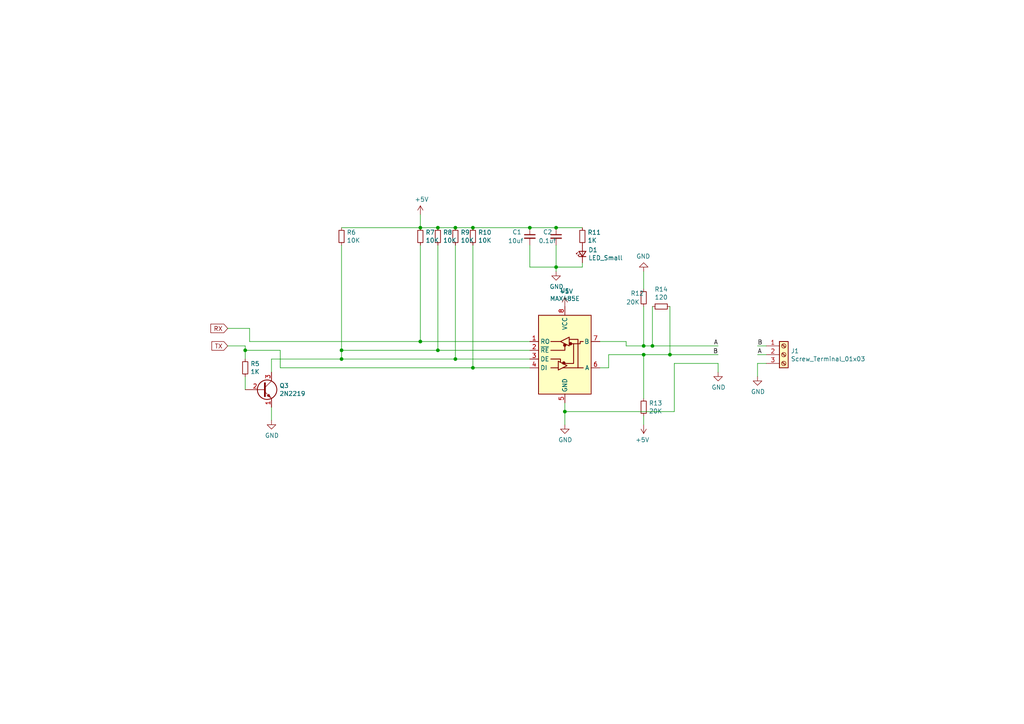
<source format=kicad_sch>
(kicad_sch (version 20211123) (generator eeschema)

  (uuid 3435b97c-50f1-4d57-9a8c-4728bf639eff)

  (paper "A4")

  (title_block
    (title "MAX485E CHIP")
  )

  (lib_symbols
    (symbol "Connector:Screw_Terminal_01x03" (pin_names (offset 1.016) hide) (in_bom yes) (on_board yes)
      (property "Reference" "J" (id 0) (at 0 5.08 0)
        (effects (font (size 1.27 1.27)))
      )
      (property "Value" "Screw_Terminal_01x03" (id 1) (at 0 -5.08 0)
        (effects (font (size 1.27 1.27)))
      )
      (property "Footprint" "" (id 2) (at 0 0 0)
        (effects (font (size 1.27 1.27)) hide)
      )
      (property "Datasheet" "~" (id 3) (at 0 0 0)
        (effects (font (size 1.27 1.27)) hide)
      )
      (property "ki_keywords" "screw terminal" (id 4) (at 0 0 0)
        (effects (font (size 1.27 1.27)) hide)
      )
      (property "ki_description" "Generic screw terminal, single row, 01x03, script generated (kicad-library-utils/schlib/autogen/connector/)" (id 5) (at 0 0 0)
        (effects (font (size 1.27 1.27)) hide)
      )
      (property "ki_fp_filters" "TerminalBlock*:*" (id 6) (at 0 0 0)
        (effects (font (size 1.27 1.27)) hide)
      )
      (symbol "Screw_Terminal_01x03_1_1"
        (rectangle (start -1.27 3.81) (end 1.27 -3.81)
          (stroke (width 0.254) (type default) (color 0 0 0 0))
          (fill (type background))
        )
        (circle (center 0 -2.54) (radius 0.635)
          (stroke (width 0.1524) (type default) (color 0 0 0 0))
          (fill (type none))
        )
        (polyline
          (pts
            (xy -0.5334 -2.2098)
            (xy 0.3302 -3.048)
          )
          (stroke (width 0.1524) (type default) (color 0 0 0 0))
          (fill (type none))
        )
        (polyline
          (pts
            (xy -0.5334 0.3302)
            (xy 0.3302 -0.508)
          )
          (stroke (width 0.1524) (type default) (color 0 0 0 0))
          (fill (type none))
        )
        (polyline
          (pts
            (xy -0.5334 2.8702)
            (xy 0.3302 2.032)
          )
          (stroke (width 0.1524) (type default) (color 0 0 0 0))
          (fill (type none))
        )
        (polyline
          (pts
            (xy -0.3556 -2.032)
            (xy 0.508 -2.8702)
          )
          (stroke (width 0.1524) (type default) (color 0 0 0 0))
          (fill (type none))
        )
        (polyline
          (pts
            (xy -0.3556 0.508)
            (xy 0.508 -0.3302)
          )
          (stroke (width 0.1524) (type default) (color 0 0 0 0))
          (fill (type none))
        )
        (polyline
          (pts
            (xy -0.3556 3.048)
            (xy 0.508 2.2098)
          )
          (stroke (width 0.1524) (type default) (color 0 0 0 0))
          (fill (type none))
        )
        (circle (center 0 0) (radius 0.635)
          (stroke (width 0.1524) (type default) (color 0 0 0 0))
          (fill (type none))
        )
        (circle (center 0 2.54) (radius 0.635)
          (stroke (width 0.1524) (type default) (color 0 0 0 0))
          (fill (type none))
        )
        (pin passive line (at -5.08 2.54 0) (length 3.81)
          (name "Pin_1" (effects (font (size 1.27 1.27))))
          (number "1" (effects (font (size 1.27 1.27))))
        )
        (pin passive line (at -5.08 0 0) (length 3.81)
          (name "Pin_2" (effects (font (size 1.27 1.27))))
          (number "2" (effects (font (size 1.27 1.27))))
        )
        (pin passive line (at -5.08 -2.54 0) (length 3.81)
          (name "Pin_3" (effects (font (size 1.27 1.27))))
          (number "3" (effects (font (size 1.27 1.27))))
        )
      )
    )
    (symbol "Device:C_Small" (pin_numbers hide) (pin_names (offset 0.254) hide) (in_bom yes) (on_board yes)
      (property "Reference" "C" (id 0) (at 0.254 1.778 0)
        (effects (font (size 1.27 1.27)) (justify left))
      )
      (property "Value" "C_Small" (id 1) (at 0.254 -2.032 0)
        (effects (font (size 1.27 1.27)) (justify left))
      )
      (property "Footprint" "" (id 2) (at 0 0 0)
        (effects (font (size 1.27 1.27)) hide)
      )
      (property "Datasheet" "~" (id 3) (at 0 0 0)
        (effects (font (size 1.27 1.27)) hide)
      )
      (property "ki_keywords" "capacitor cap" (id 4) (at 0 0 0)
        (effects (font (size 1.27 1.27)) hide)
      )
      (property "ki_description" "Unpolarized capacitor, small symbol" (id 5) (at 0 0 0)
        (effects (font (size 1.27 1.27)) hide)
      )
      (property "ki_fp_filters" "C_*" (id 6) (at 0 0 0)
        (effects (font (size 1.27 1.27)) hide)
      )
      (symbol "C_Small_0_1"
        (polyline
          (pts
            (xy -1.524 -0.508)
            (xy 1.524 -0.508)
          )
          (stroke (width 0.3302) (type default) (color 0 0 0 0))
          (fill (type none))
        )
        (polyline
          (pts
            (xy -1.524 0.508)
            (xy 1.524 0.508)
          )
          (stroke (width 0.3048) (type default) (color 0 0 0 0))
          (fill (type none))
        )
      )
      (symbol "C_Small_1_1"
        (pin passive line (at 0 2.54 270) (length 2.032)
          (name "~" (effects (font (size 1.27 1.27))))
          (number "1" (effects (font (size 1.27 1.27))))
        )
        (pin passive line (at 0 -2.54 90) (length 2.032)
          (name "~" (effects (font (size 1.27 1.27))))
          (number "2" (effects (font (size 1.27 1.27))))
        )
      )
    )
    (symbol "Device:LED_Small" (pin_numbers hide) (pin_names (offset 0.254) hide) (in_bom yes) (on_board yes)
      (property "Reference" "D" (id 0) (at -1.27 3.175 0)
        (effects (font (size 1.27 1.27)) (justify left))
      )
      (property "Value" "LED_Small" (id 1) (at -4.445 -2.54 0)
        (effects (font (size 1.27 1.27)) (justify left))
      )
      (property "Footprint" "" (id 2) (at 0 0 90)
        (effects (font (size 1.27 1.27)) hide)
      )
      (property "Datasheet" "~" (id 3) (at 0 0 90)
        (effects (font (size 1.27 1.27)) hide)
      )
      (property "ki_keywords" "LED diode light-emitting-diode" (id 4) (at 0 0 0)
        (effects (font (size 1.27 1.27)) hide)
      )
      (property "ki_description" "Light emitting diode, small symbol" (id 5) (at 0 0 0)
        (effects (font (size 1.27 1.27)) hide)
      )
      (property "ki_fp_filters" "LED* LED_SMD:* LED_THT:*" (id 6) (at 0 0 0)
        (effects (font (size 1.27 1.27)) hide)
      )
      (symbol "LED_Small_0_1"
        (polyline
          (pts
            (xy -0.762 -1.016)
            (xy -0.762 1.016)
          )
          (stroke (width 0.254) (type default) (color 0 0 0 0))
          (fill (type none))
        )
        (polyline
          (pts
            (xy 1.016 0)
            (xy -0.762 0)
          )
          (stroke (width 0) (type default) (color 0 0 0 0))
          (fill (type none))
        )
        (polyline
          (pts
            (xy 0.762 -1.016)
            (xy -0.762 0)
            (xy 0.762 1.016)
            (xy 0.762 -1.016)
          )
          (stroke (width 0.254) (type default) (color 0 0 0 0))
          (fill (type none))
        )
        (polyline
          (pts
            (xy 0 0.762)
            (xy -0.508 1.27)
            (xy -0.254 1.27)
            (xy -0.508 1.27)
            (xy -0.508 1.016)
          )
          (stroke (width 0) (type default) (color 0 0 0 0))
          (fill (type none))
        )
        (polyline
          (pts
            (xy 0.508 1.27)
            (xy 0 1.778)
            (xy 0.254 1.778)
            (xy 0 1.778)
            (xy 0 1.524)
          )
          (stroke (width 0) (type default) (color 0 0 0 0))
          (fill (type none))
        )
      )
      (symbol "LED_Small_1_1"
        (pin passive line (at -2.54 0 0) (length 1.778)
          (name "K" (effects (font (size 1.27 1.27))))
          (number "1" (effects (font (size 1.27 1.27))))
        )
        (pin passive line (at 2.54 0 180) (length 1.778)
          (name "A" (effects (font (size 1.27 1.27))))
          (number "2" (effects (font (size 1.27 1.27))))
        )
      )
    )
    (symbol "Device:R_Small" (pin_numbers hide) (pin_names (offset 0.254) hide) (in_bom yes) (on_board yes)
      (property "Reference" "R" (id 0) (at 0.762 0.508 0)
        (effects (font (size 1.27 1.27)) (justify left))
      )
      (property "Value" "R_Small" (id 1) (at 0.762 -1.016 0)
        (effects (font (size 1.27 1.27)) (justify left))
      )
      (property "Footprint" "" (id 2) (at 0 0 0)
        (effects (font (size 1.27 1.27)) hide)
      )
      (property "Datasheet" "~" (id 3) (at 0 0 0)
        (effects (font (size 1.27 1.27)) hide)
      )
      (property "ki_keywords" "R resistor" (id 4) (at 0 0 0)
        (effects (font (size 1.27 1.27)) hide)
      )
      (property "ki_description" "Resistor, small symbol" (id 5) (at 0 0 0)
        (effects (font (size 1.27 1.27)) hide)
      )
      (property "ki_fp_filters" "R_*" (id 6) (at 0 0 0)
        (effects (font (size 1.27 1.27)) hide)
      )
      (symbol "R_Small_0_1"
        (rectangle (start -0.762 1.778) (end 0.762 -1.778)
          (stroke (width 0.2032) (type default) (color 0 0 0 0))
          (fill (type none))
        )
      )
      (symbol "R_Small_1_1"
        (pin passive line (at 0 2.54 270) (length 0.762)
          (name "~" (effects (font (size 1.27 1.27))))
          (number "1" (effects (font (size 1.27 1.27))))
        )
        (pin passive line (at 0 -2.54 90) (length 0.762)
          (name "~" (effects (font (size 1.27 1.27))))
          (number "2" (effects (font (size 1.27 1.27))))
        )
      )
    )
    (symbol "Interface_UART:MAX485E" (in_bom yes) (on_board yes)
      (property "Reference" "U" (id 0) (at -6.096 11.43 0)
        (effects (font (size 1.27 1.27)))
      )
      (property "Value" "MAX485E" (id 1) (at 0.762 11.43 0)
        (effects (font (size 1.27 1.27)) (justify left))
      )
      (property "Footprint" "" (id 2) (at 0 -17.78 0)
        (effects (font (size 1.27 1.27)) hide)
      )
      (property "Datasheet" "https://datasheets.maximintegrated.com/en/ds/MAX1487E-MAX491E.pdf" (id 3) (at 0 1.27 0)
        (effects (font (size 1.27 1.27)) hide)
      )
      (property "ki_keywords" "Half duplex RS-485/RS-422, 2.5 Mbps, ±15kV electro-static discharge (ESD) protection, no slew-rate, no low-power shutdown, with receiver/driver enable, 32 receiver drive kapacitity, DIP-8 and SOIC-8" (id 4) (at 0 0 0)
        (effects (font (size 1.27 1.27)) hide)
      )
      (property "ki_description" "Half duplex RS-485/RS-422, 2.5 Mbps, ±15kV electro-static discharge (ESD) protection, no slew-rate, no low-power shutdown, with receiver/driver enable, 32 receiver drive kapacitity, DIP-8 and SOIC-8" (id 5) (at 0 0 0)
        (effects (font (size 1.27 1.27)) hide)
      )
      (property "ki_fp_filters" "DIP*W7.62mm* SOIC*3.9x4.9mm*P1.27mm*" (id 6) (at 0 0 0)
        (effects (font (size 1.27 1.27)) hide)
      )
      (symbol "MAX485E_0_1"
        (rectangle (start -7.62 10.16) (end 7.62 -12.7)
          (stroke (width 0.254) (type default) (color 0 0 0 0))
          (fill (type background))
        )
        (circle (center -0.3048 -3.683) (radius 0.3556)
          (stroke (width 0.254) (type default) (color 0 0 0 0))
          (fill (type outline))
        )
        (circle (center -0.0254 1.4986) (radius 0.3556)
          (stroke (width 0.254) (type default) (color 0 0 0 0))
          (fill (type outline))
        )
        (polyline
          (pts
            (xy -4.064 -5.08)
            (xy -1.905 -5.08)
          )
          (stroke (width 0.254) (type default) (color 0 0 0 0))
          (fill (type none))
        )
        (polyline
          (pts
            (xy -4.064 2.54)
            (xy -1.27 2.54)
          )
          (stroke (width 0.254) (type default) (color 0 0 0 0))
          (fill (type none))
        )
        (polyline
          (pts
            (xy -1.27 -3.2004)
            (xy -1.27 -3.4544)
          )
          (stroke (width 0.254) (type default) (color 0 0 0 0))
          (fill (type none))
        )
        (polyline
          (pts
            (xy -0.635 -5.08)
            (xy 5.334 -5.08)
          )
          (stroke (width 0.254) (type default) (color 0 0 0 0))
          (fill (type none))
        )
        (polyline
          (pts
            (xy -4.064 -2.54)
            (xy -1.27 -2.54)
            (xy -1.27 -3.175)
          )
          (stroke (width 0.254) (type default) (color 0 0 0 0))
          (fill (type none))
        )
        (polyline
          (pts
            (xy 0 1.27)
            (xy 0 0)
            (xy -4.064 0)
          )
          (stroke (width 0.254) (type default) (color 0 0 0 0))
          (fill (type none))
        )
        (polyline
          (pts
            (xy 1.27 3.175)
            (xy 3.81 3.175)
            (xy 3.81 -5.08)
          )
          (stroke (width 0.254) (type default) (color 0 0 0 0))
          (fill (type none))
        )
        (polyline
          (pts
            (xy 2.54 1.905)
            (xy 2.54 -3.81)
            (xy 0 -3.81)
          )
          (stroke (width 0.254) (type default) (color 0 0 0 0))
          (fill (type none))
        )
        (polyline
          (pts
            (xy -1.905 -3.175)
            (xy -1.905 -5.715)
            (xy 0.635 -4.445)
            (xy -1.905 -3.175)
          )
          (stroke (width 0.254) (type default) (color 0 0 0 0))
          (fill (type none))
        )
        (polyline
          (pts
            (xy -1.27 2.54)
            (xy 1.27 3.81)
            (xy 1.27 1.27)
            (xy -1.27 2.54)
          )
          (stroke (width 0.254) (type default) (color 0 0 0 0))
          (fill (type none))
        )
        (polyline
          (pts
            (xy 1.905 1.905)
            (xy 4.445 1.905)
            (xy 4.445 2.54)
            (xy 5.334 2.54)
          )
          (stroke (width 0.254) (type default) (color 0 0 0 0))
          (fill (type none))
        )
        (rectangle (start 1.27 3.175) (end 1.27 3.175)
          (stroke (width 0) (type default) (color 0 0 0 0))
          (fill (type none))
        )
        (circle (center 1.651 1.905) (radius 0.3556)
          (stroke (width 0.254) (type default) (color 0 0 0 0))
          (fill (type outline))
        )
      )
      (symbol "MAX485E_1_1"
        (pin output line (at -10.16 2.54 0) (length 2.54)
          (name "RO" (effects (font (size 1.27 1.27))))
          (number "1" (effects (font (size 1.27 1.27))))
        )
        (pin input line (at -10.16 0 0) (length 2.54)
          (name "~{RE}" (effects (font (size 1.27 1.27))))
          (number "2" (effects (font (size 1.27 1.27))))
        )
        (pin input line (at -10.16 -2.54 0) (length 2.54)
          (name "DE" (effects (font (size 1.27 1.27))))
          (number "3" (effects (font (size 1.27 1.27))))
        )
        (pin input line (at -10.16 -5.08 0) (length 2.54)
          (name "DI" (effects (font (size 1.27 1.27))))
          (number "4" (effects (font (size 1.27 1.27))))
        )
        (pin power_in line (at 0 -15.24 90) (length 2.54)
          (name "GND" (effects (font (size 1.27 1.27))))
          (number "5" (effects (font (size 1.27 1.27))))
        )
        (pin bidirectional line (at 10.16 -5.08 180) (length 2.54)
          (name "A" (effects (font (size 1.27 1.27))))
          (number "6" (effects (font (size 1.27 1.27))))
        )
        (pin bidirectional line (at 10.16 2.54 180) (length 2.54)
          (name "B" (effects (font (size 1.27 1.27))))
          (number "7" (effects (font (size 1.27 1.27))))
        )
        (pin power_in line (at 0 12.7 270) (length 2.54)
          (name "VCC" (effects (font (size 1.27 1.27))))
          (number "8" (effects (font (size 1.27 1.27))))
        )
      )
    )
    (symbol "Transistor_BJT:2N2219" (pin_names (offset 0) hide) (in_bom yes) (on_board yes)
      (property "Reference" "Q" (id 0) (at 5.08 1.905 0)
        (effects (font (size 1.27 1.27)) (justify left))
      )
      (property "Value" "2N2219" (id 1) (at 5.08 0 0)
        (effects (font (size 1.27 1.27)) (justify left))
      )
      (property "Footprint" "Package_TO_SOT_THT:TO-39-3" (id 2) (at 5.08 -1.905 0)
        (effects (font (size 1.27 1.27) italic) (justify left) hide)
      )
      (property "Datasheet" "http://www.onsemi.com/pub_link/Collateral/2N2219-D.PDF" (id 3) (at 0 0 0)
        (effects (font (size 1.27 1.27)) (justify left) hide)
      )
      (property "ki_keywords" "NPN Transistor" (id 4) (at 0 0 0)
        (effects (font (size 1.27 1.27)) hide)
      )
      (property "ki_description" "800mA Ic, 50V Vce, NPN Transistor, TO-39" (id 5) (at 0 0 0)
        (effects (font (size 1.27 1.27)) hide)
      )
      (property "ki_fp_filters" "TO?39*" (id 6) (at 0 0 0)
        (effects (font (size 1.27 1.27)) hide)
      )
      (symbol "2N2219_0_1"
        (polyline
          (pts
            (xy 0.635 0.635)
            (xy 2.54 2.54)
          )
          (stroke (width 0) (type default) (color 0 0 0 0))
          (fill (type none))
        )
        (polyline
          (pts
            (xy 0.635 -0.635)
            (xy 2.54 -2.54)
            (xy 2.54 -2.54)
          )
          (stroke (width 0) (type default) (color 0 0 0 0))
          (fill (type none))
        )
        (polyline
          (pts
            (xy 0.635 1.905)
            (xy 0.635 -1.905)
            (xy 0.635 -1.905)
          )
          (stroke (width 0.508) (type default) (color 0 0 0 0))
          (fill (type none))
        )
        (polyline
          (pts
            (xy 1.27 -1.778)
            (xy 1.778 -1.27)
            (xy 2.286 -2.286)
            (xy 1.27 -1.778)
            (xy 1.27 -1.778)
          )
          (stroke (width 0) (type default) (color 0 0 0 0))
          (fill (type outline))
        )
        (circle (center 1.27 0) (radius 2.8194)
          (stroke (width 0.254) (type default) (color 0 0 0 0))
          (fill (type none))
        )
      )
      (symbol "2N2219_1_1"
        (pin passive line (at 2.54 -5.08 90) (length 2.54)
          (name "E" (effects (font (size 1.27 1.27))))
          (number "1" (effects (font (size 1.27 1.27))))
        )
        (pin passive line (at -5.08 0 0) (length 5.715)
          (name "B" (effects (font (size 1.27 1.27))))
          (number "2" (effects (font (size 1.27 1.27))))
        )
        (pin passive line (at 2.54 5.08 270) (length 2.54)
          (name "C" (effects (font (size 1.27 1.27))))
          (number "3" (effects (font (size 1.27 1.27))))
        )
      )
    )
    (symbol "power:+5V" (power) (pin_names (offset 0)) (in_bom yes) (on_board yes)
      (property "Reference" "#PWR" (id 0) (at 0 -3.81 0)
        (effects (font (size 1.27 1.27)) hide)
      )
      (property "Value" "+5V" (id 1) (at 0 3.556 0)
        (effects (font (size 1.27 1.27)))
      )
      (property "Footprint" "" (id 2) (at 0 0 0)
        (effects (font (size 1.27 1.27)) hide)
      )
      (property "Datasheet" "" (id 3) (at 0 0 0)
        (effects (font (size 1.27 1.27)) hide)
      )
      (property "ki_keywords" "power-flag" (id 4) (at 0 0 0)
        (effects (font (size 1.27 1.27)) hide)
      )
      (property "ki_description" "Power symbol creates a global label with name \"+5V\"" (id 5) (at 0 0 0)
        (effects (font (size 1.27 1.27)) hide)
      )
      (symbol "+5V_0_1"
        (polyline
          (pts
            (xy -0.762 1.27)
            (xy 0 2.54)
          )
          (stroke (width 0) (type default) (color 0 0 0 0))
          (fill (type none))
        )
        (polyline
          (pts
            (xy 0 0)
            (xy 0 2.54)
          )
          (stroke (width 0) (type default) (color 0 0 0 0))
          (fill (type none))
        )
        (polyline
          (pts
            (xy 0 2.54)
            (xy 0.762 1.27)
          )
          (stroke (width 0) (type default) (color 0 0 0 0))
          (fill (type none))
        )
      )
      (symbol "+5V_1_1"
        (pin power_in line (at 0 0 90) (length 0) hide
          (name "+5V" (effects (font (size 1.27 1.27))))
          (number "1" (effects (font (size 1.27 1.27))))
        )
      )
    )
    (symbol "power:GND" (power) (pin_names (offset 0)) (in_bom yes) (on_board yes)
      (property "Reference" "#PWR" (id 0) (at 0 -6.35 0)
        (effects (font (size 1.27 1.27)) hide)
      )
      (property "Value" "GND" (id 1) (at 0 -3.81 0)
        (effects (font (size 1.27 1.27)))
      )
      (property "Footprint" "" (id 2) (at 0 0 0)
        (effects (font (size 1.27 1.27)) hide)
      )
      (property "Datasheet" "" (id 3) (at 0 0 0)
        (effects (font (size 1.27 1.27)) hide)
      )
      (property "ki_keywords" "power-flag" (id 4) (at 0 0 0)
        (effects (font (size 1.27 1.27)) hide)
      )
      (property "ki_description" "Power symbol creates a global label with name \"GND\" , ground" (id 5) (at 0 0 0)
        (effects (font (size 1.27 1.27)) hide)
      )
      (symbol "GND_0_1"
        (polyline
          (pts
            (xy 0 0)
            (xy 0 -1.27)
            (xy 1.27 -1.27)
            (xy 0 -2.54)
            (xy -1.27 -1.27)
            (xy 0 -1.27)
          )
          (stroke (width 0) (type default) (color 0 0 0 0))
          (fill (type none))
        )
      )
      (symbol "GND_1_1"
        (pin power_in line (at 0 0 270) (length 0) hide
          (name "GND" (effects (font (size 1.27 1.27))))
          (number "1" (effects (font (size 1.27 1.27))))
        )
      )
    )
  )

  (junction (at 99.06 104.14) (diameter 0) (color 0 0 0 0)
    (uuid 0fb82f19-3570-459d-ae2e-6fb977ce7838)
  )
  (junction (at 121.92 66.04) (diameter 0) (color 0 0 0 0)
    (uuid 14218ce6-c8db-47ba-8a75-f253dfcb6187)
  )
  (junction (at 99.06 101.6) (diameter 0) (color 0 0 0 0)
    (uuid 235a3dac-815d-474f-9cb6-67a587b8aca6)
  )
  (junction (at 127 66.04) (diameter 0) (color 0 0 0 0)
    (uuid 276ac41b-b9c5-412c-b8bb-84a609495c90)
  )
  (junction (at 161.29 66.04) (diameter 0) (color 0 0 0 0)
    (uuid 57c60e8d-41a5-4261-8cf2-52c349469dc8)
  )
  (junction (at 161.29 77.47) (diameter 0) (color 0 0 0 0)
    (uuid 590dc6ac-68ab-4d70-bec5-a4bb71ddd141)
  )
  (junction (at 132.08 66.04) (diameter 0) (color 0 0 0 0)
    (uuid 69032d48-c99e-4e53-8b5b-943bf8175c89)
  )
  (junction (at 189.23 100.33) (diameter 0) (color 0 0 0 0)
    (uuid 6ac210dd-9808-4694-8862-9b673da2b38f)
  )
  (junction (at 153.67 66.04) (diameter 0) (color 0 0 0 0)
    (uuid 7a8eefb4-6c9e-49d8-98a6-9058f4738a88)
  )
  (junction (at 71.12 101.6) (diameter 0) (color 0 0 0 0)
    (uuid 92ec9d3b-383a-46a9-9196-c308a9c2b51c)
  )
  (junction (at 137.16 106.68) (diameter 0) (color 0 0 0 0)
    (uuid 98a2b81d-30ee-475a-8536-d6a9347a0718)
  )
  (junction (at 194.31 102.87) (diameter 0) (color 0 0 0 0)
    (uuid 9a3d9fc5-04f9-42bb-b8d2-8a01c6401673)
  )
  (junction (at 186.69 102.87) (diameter 0) (color 0 0 0 0)
    (uuid a39ff5de-cd3b-4c42-a592-55bd407c51eb)
  )
  (junction (at 121.92 99.06) (diameter 0) (color 0 0 0 0)
    (uuid bd44aed8-988a-42ac-a106-28f73980164c)
  )
  (junction (at 186.69 100.33) (diameter 0) (color 0 0 0 0)
    (uuid d22d2be3-3ca8-4c90-bc18-0ff634e7da77)
  )
  (junction (at 137.16 66.04) (diameter 0) (color 0 0 0 0)
    (uuid d4fafa9e-d1f5-4321-aed9-8967e1d040ce)
  )
  (junction (at 132.08 104.14) (diameter 0) (color 0 0 0 0)
    (uuid e0fbf863-04bc-4ccd-9957-a213c5e575bb)
  )
  (junction (at 163.83 119.38) (diameter 0) (color 0 0 0 0)
    (uuid e39294c2-6d52-459c-bdb4-6111ee48efa5)
  )
  (junction (at 127 101.6) (diameter 0) (color 0 0 0 0)
    (uuid ec284906-7c23-4d75-814f-f64eb187779d)
  )

  (wire (pts (xy 189.23 100.33) (xy 189.23 88.9))
    (stroke (width 0) (type default) (color 0 0 0 0))
    (uuid 000fcde5-daf4-4ef8-8709-b4b6f590c955)
  )
  (wire (pts (xy 195.58 105.41) (xy 195.58 119.38))
    (stroke (width 0) (type default) (color 0 0 0 0))
    (uuid 00daaee1-1a47-4630-8170-4beef1e376d8)
  )
  (wire (pts (xy 99.06 104.14) (xy 132.08 104.14))
    (stroke (width 0) (type default) (color 0 0 0 0))
    (uuid 017b6e99-41a9-401c-ab16-175248af07fd)
  )
  (wire (pts (xy 168.91 77.47) (xy 168.91 76.2))
    (stroke (width 0) (type default) (color 0 0 0 0))
    (uuid 029bbe58-fc36-4fd3-809b-57e35a8e9a16)
  )
  (wire (pts (xy 121.92 99.06) (xy 153.67 99.06))
    (stroke (width 0) (type default) (color 0 0 0 0))
    (uuid 03de5c0c-bb3c-4ccd-a802-4175c1f40e37)
  )
  (wire (pts (xy 81.28 106.68) (xy 81.28 101.6))
    (stroke (width 0) (type default) (color 0 0 0 0))
    (uuid 089f2ed4-b788-46f0-b400-cdbb6affb42e)
  )
  (wire (pts (xy 127 66.04) (xy 121.92 66.04))
    (stroke (width 0) (type default) (color 0 0 0 0))
    (uuid 0b210a96-d866-4260-bf10-7960663b237d)
  )
  (wire (pts (xy 161.29 66.04) (xy 168.91 66.04))
    (stroke (width 0) (type default) (color 0 0 0 0))
    (uuid 16afe245-ca9d-44af-8bfe-8f5de704ba10)
  )
  (wire (pts (xy 186.69 78.74) (xy 186.69 83.82))
    (stroke (width 0) (type default) (color 0 0 0 0))
    (uuid 18553695-73ed-4159-a860-83efa9319126)
  )
  (wire (pts (xy 99.06 71.12) (xy 99.06 101.6))
    (stroke (width 0) (type default) (color 0 0 0 0))
    (uuid 1abde291-c5d7-497f-a5d5-ee0603bfca96)
  )
  (wire (pts (xy 72.39 95.25) (xy 66.04 95.25))
    (stroke (width 0) (type default) (color 0 0 0 0))
    (uuid 2400db6c-c363-4d6d-b2c8-cf290df7aa66)
  )
  (wire (pts (xy 137.16 66.04) (xy 153.67 66.04))
    (stroke (width 0) (type default) (color 0 0 0 0))
    (uuid 27e6f998-64fc-4e9a-8d38-beca9ecc7f70)
  )
  (wire (pts (xy 132.08 66.04) (xy 127 66.04))
    (stroke (width 0) (type default) (color 0 0 0 0))
    (uuid 285806f2-0c70-43c6-b37c-61f27462f34b)
  )
  (wire (pts (xy 181.61 99.06) (xy 173.99 99.06))
    (stroke (width 0) (type default) (color 0 0 0 0))
    (uuid 348f5af8-75e3-4bc6-bbeb-417748ee5888)
  )
  (wire (pts (xy 72.39 99.06) (xy 72.39 95.25))
    (stroke (width 0) (type default) (color 0 0 0 0))
    (uuid 36dae294-d6c9-4f44-a670-00d521b42f1c)
  )
  (wire (pts (xy 78.74 104.14) (xy 78.74 107.95))
    (stroke (width 0) (type default) (color 0 0 0 0))
    (uuid 38179dfd-b5b4-47a1-9c2f-958856b0f84c)
  )
  (wire (pts (xy 137.16 71.12) (xy 137.16 106.68))
    (stroke (width 0) (type default) (color 0 0 0 0))
    (uuid 3ced4e1c-b9c1-477e-a6b6-f50255ddba97)
  )
  (wire (pts (xy 208.28 100.33) (xy 189.23 100.33))
    (stroke (width 0) (type default) (color 0 0 0 0))
    (uuid 3d040610-1d81-4259-bc2f-db315f6bd98c)
  )
  (wire (pts (xy 127 71.12) (xy 127 101.6))
    (stroke (width 0) (type default) (color 0 0 0 0))
    (uuid 3de9981e-9a41-4aac-911c-78163df75c53)
  )
  (wire (pts (xy 153.67 71.12) (xy 153.67 77.47))
    (stroke (width 0) (type default) (color 0 0 0 0))
    (uuid 47aaf32b-826f-4401-8357-4023308d3ac6)
  )
  (wire (pts (xy 153.67 66.04) (xy 161.29 66.04))
    (stroke (width 0) (type default) (color 0 0 0 0))
    (uuid 4e818c0f-9095-4338-a2df-e5856cd3615f)
  )
  (wire (pts (xy 81.28 106.68) (xy 137.16 106.68))
    (stroke (width 0) (type default) (color 0 0 0 0))
    (uuid 4eaedd0e-da62-4b3e-b480-08a2a7d268b6)
  )
  (wire (pts (xy 189.23 100.33) (xy 186.69 100.33))
    (stroke (width 0) (type default) (color 0 0 0 0))
    (uuid 51c1336f-4dc9-43d1-9490-58f0469b973d)
  )
  (wire (pts (xy 222.25 100.33) (xy 219.71 100.33))
    (stroke (width 0) (type default) (color 0 0 0 0))
    (uuid 51efe0e2-31c4-4637-8238-090010a009d0)
  )
  (wire (pts (xy 219.71 105.41) (xy 222.25 105.41))
    (stroke (width 0) (type default) (color 0 0 0 0))
    (uuid 520a2efb-ed7f-4bcb-ba7a-1f40d38401eb)
  )
  (wire (pts (xy 186.69 102.87) (xy 176.53 102.87))
    (stroke (width 0) (type default) (color 0 0 0 0))
    (uuid 53e39246-d092-4d21-b45f-1facaf196e8b)
  )
  (wire (pts (xy 81.28 101.6) (xy 71.12 101.6))
    (stroke (width 0) (type default) (color 0 0 0 0))
    (uuid 5eb81203-a1fc-4d5a-9a3f-25324801c8d4)
  )
  (wire (pts (xy 219.71 109.22) (xy 219.71 105.41))
    (stroke (width 0) (type default) (color 0 0 0 0))
    (uuid 61d47145-5f7f-43f4-9ab5-35ef5269ffc4)
  )
  (wire (pts (xy 161.29 71.12) (xy 161.29 77.47))
    (stroke (width 0) (type default) (color 0 0 0 0))
    (uuid 638f23f4-b717-4917-b1aa-1c44b1d77574)
  )
  (wire (pts (xy 186.69 120.65) (xy 186.69 123.19))
    (stroke (width 0) (type default) (color 0 0 0 0))
    (uuid 65a62363-09ed-4cff-9d3f-73f8b1db817a)
  )
  (wire (pts (xy 99.06 104.14) (xy 78.74 104.14))
    (stroke (width 0) (type default) (color 0 0 0 0))
    (uuid 671a3761-9577-4389-a767-de96594b5508)
  )
  (wire (pts (xy 71.12 113.03) (xy 71.12 109.22))
    (stroke (width 0) (type default) (color 0 0 0 0))
    (uuid 6af2d9d7-4056-4dd6-9842-08feb08ddda3)
  )
  (wire (pts (xy 208.28 105.41) (xy 208.28 107.95))
    (stroke (width 0) (type default) (color 0 0 0 0))
    (uuid 6c3a3af2-83d5-4d23-98e7-a24e6dcf9d3a)
  )
  (wire (pts (xy 176.53 106.68) (xy 173.99 106.68))
    (stroke (width 0) (type default) (color 0 0 0 0))
    (uuid 6dc2d53e-1f2a-4b5c-9ff4-87c496d9c68a)
  )
  (wire (pts (xy 121.92 62.23) (xy 121.92 66.04))
    (stroke (width 0) (type default) (color 0 0 0 0))
    (uuid 7352b190-f8b6-429b-9a8d-c095708e2976)
  )
  (wire (pts (xy 78.74 118.11) (xy 78.74 121.92))
    (stroke (width 0) (type default) (color 0 0 0 0))
    (uuid 73ca7e2f-f92b-4bda-82d0-d18eab319229)
  )
  (wire (pts (xy 176.53 102.87) (xy 176.53 106.68))
    (stroke (width 0) (type default) (color 0 0 0 0))
    (uuid 7622f2cb-2d15-4e91-bb5e-5d5545cd1266)
  )
  (wire (pts (xy 121.92 71.12) (xy 121.92 99.06))
    (stroke (width 0) (type default) (color 0 0 0 0))
    (uuid 771f7b04-a10a-49ae-a956-697e1b86567a)
  )
  (wire (pts (xy 153.67 101.6) (xy 127 101.6))
    (stroke (width 0) (type default) (color 0 0 0 0))
    (uuid 7d3b3550-91fc-486a-85d7-129815a003eb)
  )
  (wire (pts (xy 99.06 104.14) (xy 99.06 101.6))
    (stroke (width 0) (type default) (color 0 0 0 0))
    (uuid 7e34f68a-489f-4e6e-a0bd-ea1952957b5a)
  )
  (wire (pts (xy 132.08 71.12) (xy 132.08 104.14))
    (stroke (width 0) (type default) (color 0 0 0 0))
    (uuid 80bb3dc1-e07a-48b3-af71-05cce82bddb8)
  )
  (wire (pts (xy 186.69 100.33) (xy 186.69 88.9))
    (stroke (width 0) (type default) (color 0 0 0 0))
    (uuid 88926614-2497-4f4b-af8e-8b29bca898a2)
  )
  (wire (pts (xy 208.28 102.87) (xy 194.31 102.87))
    (stroke (width 0) (type default) (color 0 0 0 0))
    (uuid 8b42de16-fa55-4b03-bed4-45636619cede)
  )
  (wire (pts (xy 71.12 100.33) (xy 66.04 100.33))
    (stroke (width 0) (type default) (color 0 0 0 0))
    (uuid 90904c7b-dd57-449b-95b0-490e42e7dede)
  )
  (wire (pts (xy 186.69 100.33) (xy 181.61 100.33))
    (stroke (width 0) (type default) (color 0 0 0 0))
    (uuid 96e45b8a-45ef-4067-9c34-3118b3314190)
  )
  (wire (pts (xy 153.67 104.14) (xy 132.08 104.14))
    (stroke (width 0) (type default) (color 0 0 0 0))
    (uuid 99c52b32-cace-4cd8-b347-95672bd9823c)
  )
  (wire (pts (xy 194.31 102.87) (xy 186.69 102.87))
    (stroke (width 0) (type default) (color 0 0 0 0))
    (uuid a4ffc3f1-c9bd-4464-a0e7-a4f05b0b8409)
  )
  (wire (pts (xy 208.28 105.41) (xy 195.58 105.41))
    (stroke (width 0) (type default) (color 0 0 0 0))
    (uuid ab50a2a5-3d58-42e9-ad69-4791542ccdf3)
  )
  (wire (pts (xy 153.67 77.47) (xy 161.29 77.47))
    (stroke (width 0) (type default) (color 0 0 0 0))
    (uuid adda33a5-3a8f-42ec-9c89-412fb123ae23)
  )
  (wire (pts (xy 161.29 77.47) (xy 168.91 77.47))
    (stroke (width 0) (type default) (color 0 0 0 0))
    (uuid af572d80-d67a-4d5c-a3f3-143eb3e367dd)
  )
  (wire (pts (xy 161.29 78.74) (xy 161.29 77.47))
    (stroke (width 0) (type default) (color 0 0 0 0))
    (uuid b022f2c5-980f-41d2-a695-a35d5928580b)
  )
  (wire (pts (xy 194.31 102.87) (xy 194.31 88.9))
    (stroke (width 0) (type default) (color 0 0 0 0))
    (uuid b0a4da29-ce48-427d-b140-a6899772f9b4)
  )
  (wire (pts (xy 181.61 100.33) (xy 181.61 99.06))
    (stroke (width 0) (type default) (color 0 0 0 0))
    (uuid ce3c69ef-d369-4b1e-b1b6-5c0b659f09fb)
  )
  (wire (pts (xy 137.16 66.04) (xy 132.08 66.04))
    (stroke (width 0) (type default) (color 0 0 0 0))
    (uuid cf8f0033-dadb-4cbf-915b-c7cc97da0e63)
  )
  (wire (pts (xy 71.12 104.14) (xy 71.12 101.6))
    (stroke (width 0) (type default) (color 0 0 0 0))
    (uuid dc6345b4-c58b-4b49-a5f4-40df836d3a09)
  )
  (wire (pts (xy 186.69 102.87) (xy 186.69 115.57))
    (stroke (width 0) (type default) (color 0 0 0 0))
    (uuid ddd3299b-e776-4e3a-9038-5410e7766e53)
  )
  (wire (pts (xy 163.83 119.38) (xy 163.83 123.19))
    (stroke (width 0) (type default) (color 0 0 0 0))
    (uuid e07169b7-ec20-4b2a-a9cf-73cf66171cdd)
  )
  (wire (pts (xy 121.92 66.04) (xy 99.06 66.04))
    (stroke (width 0) (type default) (color 0 0 0 0))
    (uuid e499a9eb-f847-4a80-aef1-6093cc8c9512)
  )
  (wire (pts (xy 195.58 119.38) (xy 163.83 119.38))
    (stroke (width 0) (type default) (color 0 0 0 0))
    (uuid ec55320a-a964-4194-ab35-0073e95a00a8)
  )
  (wire (pts (xy 72.39 99.06) (xy 121.92 99.06))
    (stroke (width 0) (type default) (color 0 0 0 0))
    (uuid f41f08fb-098a-4432-ac5f-7e33b01030a9)
  )
  (wire (pts (xy 153.67 106.68) (xy 137.16 106.68))
    (stroke (width 0) (type default) (color 0 0 0 0))
    (uuid f586d5e6-c0a7-401e-88b8-d8267ce43568)
  )
  (wire (pts (xy 71.12 101.6) (xy 71.12 100.33))
    (stroke (width 0) (type default) (color 0 0 0 0))
    (uuid f8231214-1ce6-4fd1-b634-9ed7a61a412e)
  )
  (wire (pts (xy 163.83 116.84) (xy 163.83 119.38))
    (stroke (width 0) (type default) (color 0 0 0 0))
    (uuid fc159f36-ea01-4099-b826-05c2ab0a6408)
  )
  (wire (pts (xy 127 101.6) (xy 99.06 101.6))
    (stroke (width 0) (type default) (color 0 0 0 0))
    (uuid fd69d8e7-4782-4cfe-8e57-031461428152)
  )
  (wire (pts (xy 222.25 102.87) (xy 219.71 102.87))
    (stroke (width 0) (type default) (color 0 0 0 0))
    (uuid ff70905a-e548-455b-884f-b59c6b870134)
  )

  (label "B" (at 208.28 102.87 180)
    (effects (font (size 1.27 1.27)) (justify right bottom))
    (uuid 3743efc6-c0ad-4d22-9416-f2f8edcf8bb2)
  )
  (label "A" (at 208.28 100.33 180)
    (effects (font (size 1.27 1.27)) (justify right bottom))
    (uuid 4144ab38-3275-491b-adc7-d6ccba3247f6)
  )
  (label "A" (at 219.71 102.87 0)
    (effects (font (size 1.27 1.27)) (justify left bottom))
    (uuid d61e452b-8b70-46c1-9458-990d7c1be736)
  )
  (label "B" (at 219.71 100.33 0)
    (effects (font (size 1.27 1.27)) (justify left bottom))
    (uuid d6b4883d-2747-41ea-82f8-60464cf947ad)
  )

  (global_label "RX" (shape input) (at 66.04 95.25 180) (fields_autoplaced)
    (effects (font (size 1.27 1.27)) (justify right))
    (uuid 0669505c-42ab-4b4b-a782-6e94f90b545a)
    (property "Intersheet References" "${INTERSHEET_REFS}" (id 0) (at 0 0 0)
      (effects (font (size 1.27 1.27)) hide)
    )
  )
  (global_label "TX" (shape input) (at 66.04 100.33 180) (fields_autoplaced)
    (effects (font (size 1.27 1.27)) (justify right))
    (uuid e7b56701-77bd-4bc4-8f1a-9c9a47796ae2)
    (property "Intersheet References" "${INTERSHEET_REFS}" (id 0) (at 0 0 0)
      (effects (font (size 1.27 1.27)) hide)
    )
  )

  (symbol (lib_id "power:GND") (at 186.69 78.74 180) (unit 1)
    (in_bom yes) (on_board yes)
    (uuid 00000000-0000-0000-0000-000062e62dc5)
    (property "Reference" "#PWR0107" (id 0) (at 186.69 72.39 0)
      (effects (font (size 1.27 1.27)) hide)
    )
    (property "Value" "GND" (id 1) (at 186.563 74.3458 0))
    (property "Footprint" "" (id 2) (at 186.69 78.74 0)
      (effects (font (size 1.27 1.27)) hide)
    )
    (property "Datasheet" "" (id 3) (at 186.69 78.74 0)
      (effects (font (size 1.27 1.27)) hide)
    )
    (pin "1" (uuid 4e6748da-3945-441c-be5c-1d319163a37c))
  )

  (symbol (lib_id "power:GND") (at 161.29 78.74 0) (unit 1)
    (in_bom yes) (on_board yes)
    (uuid 00000000-0000-0000-0000-000062e63494)
    (property "Reference" "#PWR0108" (id 0) (at 161.29 85.09 0)
      (effects (font (size 1.27 1.27)) hide)
    )
    (property "Value" "GND" (id 1) (at 161.417 83.1342 0))
    (property "Footprint" "" (id 2) (at 161.29 78.74 0)
      (effects (font (size 1.27 1.27)) hide)
    )
    (property "Datasheet" "" (id 3) (at 161.29 78.74 0)
      (effects (font (size 1.27 1.27)) hide)
    )
    (pin "1" (uuid 093e01a6-084e-4df2-bcd1-61757770666d))
  )

  (symbol (lib_id "power:GND") (at 163.83 123.19 0) (unit 1)
    (in_bom yes) (on_board yes)
    (uuid 00000000-0000-0000-0000-000062e64d9f)
    (property "Reference" "#PWR0110" (id 0) (at 163.83 129.54 0)
      (effects (font (size 1.27 1.27)) hide)
    )
    (property "Value" "GND" (id 1) (at 163.957 127.5842 0))
    (property "Footprint" "" (id 2) (at 163.83 123.19 0)
      (effects (font (size 1.27 1.27)) hide)
    )
    (property "Datasheet" "" (id 3) (at 163.83 123.19 0)
      (effects (font (size 1.27 1.27)) hide)
    )
    (pin "1" (uuid 3dd3eb1d-a12c-47b1-bb89-55aa11f649a2))
  )

  (symbol (lib_id "power:GND") (at 78.74 121.92 0) (unit 1)
    (in_bom yes) (on_board yes)
    (uuid 00000000-0000-0000-0000-000062e74155)
    (property "Reference" "#PWR0111" (id 0) (at 78.74 128.27 0)
      (effects (font (size 1.27 1.27)) hide)
    )
    (property "Value" "GND" (id 1) (at 78.867 126.3142 0))
    (property "Footprint" "" (id 2) (at 78.74 121.92 0)
      (effects (font (size 1.27 1.27)) hide)
    )
    (property "Datasheet" "" (id 3) (at 78.74 121.92 0)
      (effects (font (size 1.27 1.27)) hide)
    )
    (pin "1" (uuid 438460fc-651c-49f9-990a-754163a489da))
  )

  (symbol (lib_id "power:GND") (at 208.28 107.95 0) (unit 1)
    (in_bom yes) (on_board yes)
    (uuid 00000000-0000-0000-0000-000062e954e7)
    (property "Reference" "#PWR0135" (id 0) (at 208.28 114.3 0)
      (effects (font (size 1.27 1.27)) hide)
    )
    (property "Value" "GND" (id 1) (at 208.407 112.3442 0))
    (property "Footprint" "" (id 2) (at 208.28 107.95 0)
      (effects (font (size 1.27 1.27)) hide)
    )
    (property "Datasheet" "" (id 3) (at 208.28 107.95 0)
      (effects (font (size 1.27 1.27)) hide)
    )
    (pin "1" (uuid aaf9662e-2396-40e7-b27e-3a51443b1881))
  )

  (symbol (lib_id "power:GND") (at 219.71 109.22 0) (unit 1)
    (in_bom yes) (on_board yes)
    (uuid 00000000-0000-0000-0000-000062e968c1)
    (property "Reference" "#PWR0136" (id 0) (at 219.71 115.57 0)
      (effects (font (size 1.27 1.27)) hide)
    )
    (property "Value" "GND" (id 1) (at 219.837 113.6142 0))
    (property "Footprint" "" (id 2) (at 219.71 109.22 0)
      (effects (font (size 1.27 1.27)) hide)
    )
    (property "Datasheet" "" (id 3) (at 219.71 109.22 0)
      (effects (font (size 1.27 1.27)) hide)
    )
    (pin "1" (uuid 38a07026-3645-4dc6-a7a7-3aad3a1e1968))
  )

  (symbol (lib_id "Interface_UART:MAX485E") (at 163.83 101.6 0) (unit 1)
    (in_bom yes) (on_board yes)
    (uuid 00000000-0000-0000-0000-000062e9e0be)
    (property "Reference" "U1" (id 0) (at 163.83 84.3026 0))
    (property "Value" "MAX485E" (id 1) (at 163.83 86.614 0))
    (property "Footprint" "Package_DIP:DIP-8_W7.62mm" (id 2) (at 163.83 119.38 0)
      (effects (font (size 1.27 1.27)) hide)
    )
    (property "Datasheet" "https://datasheets.maximintegrated.com/en/ds/MAX1487E-MAX491E.pdf" (id 3) (at 163.83 100.33 0)
      (effects (font (size 1.27 1.27)) hide)
    )
    (pin "1" (uuid 7db621a1-41ff-4828-9e84-e072fcd69163))
    (pin "2" (uuid f1a2aa30-9526-42d2-aa0d-dd62a62a78a3))
    (pin "3" (uuid e8e78e6c-d2d0-4343-bd61-f75c76b3b766))
    (pin "4" (uuid 34c7a584-457a-4625-9f4d-e2c464eb9162))
    (pin "5" (uuid f76c7dbb-bcc7-432c-a67b-3f24bd2ebdee))
    (pin "6" (uuid 4a577192-d7ca-4682-9b45-2c9ec3c701fe))
    (pin "7" (uuid e8a6a9ea-ade2-432a-863b-ef35a3224af6))
    (pin "8" (uuid 155e3eea-8367-4cd2-94a8-da086a15d8c9))
  )

  (symbol (lib_id "power:+5V") (at 121.92 62.23 0) (unit 1)
    (in_bom yes) (on_board yes)
    (uuid 00000000-0000-0000-0000-000062e9e0d1)
    (property "Reference" "#PWR0105" (id 0) (at 121.92 66.04 0)
      (effects (font (size 1.27 1.27)) hide)
    )
    (property "Value" "+5V" (id 1) (at 122.301 57.8358 0))
    (property "Footprint" "" (id 2) (at 121.92 62.23 0)
      (effects (font (size 1.27 1.27)) hide)
    )
    (property "Datasheet" "" (id 3) (at 121.92 62.23 0)
      (effects (font (size 1.27 1.27)) hide)
    )
    (pin "1" (uuid cb0952ed-c5d8-4594-bc46-9885f37689d6))
  )

  (symbol (lib_id "Device:R_Small") (at 127 68.58 0) (unit 1)
    (in_bom yes) (on_board yes)
    (uuid 00000000-0000-0000-0000-000062e9e0d7)
    (property "Reference" "R8" (id 0) (at 128.4986 67.4116 0)
      (effects (font (size 1.27 1.27)) (justify left))
    )
    (property "Value" "10K" (id 1) (at 128.4986 69.723 0)
      (effects (font (size 1.27 1.27)) (justify left))
    )
    (property "Footprint" "Resistor_SMD:R_0805_2012Metric_Pad1.15x1.40mm_HandSolder" (id 2) (at 127 68.58 0)
      (effects (font (size 1.27 1.27)) hide)
    )
    (property "Datasheet" "~" (id 3) (at 127 68.58 0)
      (effects (font (size 1.27 1.27)) hide)
    )
    (pin "1" (uuid 637df581-b5c0-4639-8df2-305ed6d4f17e))
    (pin "2" (uuid ead56654-3192-46b7-b2cd-a605be07b634))
  )

  (symbol (lib_id "Device:R_Small") (at 121.92 68.58 0) (unit 1)
    (in_bom yes) (on_board yes)
    (uuid 00000000-0000-0000-0000-000062e9e0dd)
    (property "Reference" "R7" (id 0) (at 123.4186 67.4116 0)
      (effects (font (size 1.27 1.27)) (justify left))
    )
    (property "Value" "10K" (id 1) (at 123.4186 69.723 0)
      (effects (font (size 1.27 1.27)) (justify left))
    )
    (property "Footprint" "Resistor_SMD:R_0805_2012Metric_Pad1.15x1.40mm_HandSolder" (id 2) (at 121.92 68.58 0)
      (effects (font (size 1.27 1.27)) hide)
    )
    (property "Datasheet" "~" (id 3) (at 121.92 68.58 0)
      (effects (font (size 1.27 1.27)) hide)
    )
    (pin "1" (uuid e439d9a3-d11a-4183-8793-bf8442d33196))
    (pin "2" (uuid ce0daefa-5ee7-4af3-9e0b-4e7a77bfdf2d))
  )

  (symbol (lib_id "Device:R_Small") (at 132.08 68.58 0) (unit 1)
    (in_bom yes) (on_board yes)
    (uuid 00000000-0000-0000-0000-000062e9e0e3)
    (property "Reference" "R9" (id 0) (at 133.5786 67.4116 0)
      (effects (font (size 1.27 1.27)) (justify left))
    )
    (property "Value" "10K" (id 1) (at 133.5786 69.723 0)
      (effects (font (size 1.27 1.27)) (justify left))
    )
    (property "Footprint" "Resistor_SMD:R_0805_2012Metric_Pad1.15x1.40mm_HandSolder" (id 2) (at 132.08 68.58 0)
      (effects (font (size 1.27 1.27)) hide)
    )
    (property "Datasheet" "~" (id 3) (at 132.08 68.58 0)
      (effects (font (size 1.27 1.27)) hide)
    )
    (pin "1" (uuid 69dadccb-f2f8-4445-8195-2b4947c8c259))
    (pin "2" (uuid a36b6d7e-0b80-4c01-90c9-3af576fa3c85))
  )

  (symbol (lib_id "Device:R_Small") (at 137.16 68.58 0) (unit 1)
    (in_bom yes) (on_board yes)
    (uuid 00000000-0000-0000-0000-000062e9e0e9)
    (property "Reference" "R10" (id 0) (at 138.6586 67.4116 0)
      (effects (font (size 1.27 1.27)) (justify left))
    )
    (property "Value" "10K" (id 1) (at 138.6586 69.723 0)
      (effects (font (size 1.27 1.27)) (justify left))
    )
    (property "Footprint" "Resistor_SMD:R_0805_2012Metric_Pad1.15x1.40mm_HandSolder" (id 2) (at 137.16 68.58 0)
      (effects (font (size 1.27 1.27)) hide)
    )
    (property "Datasheet" "~" (id 3) (at 137.16 68.58 0)
      (effects (font (size 1.27 1.27)) hide)
    )
    (pin "1" (uuid 27ca68f5-0e9c-4791-a201-f401ed824104))
    (pin "2" (uuid 7afad06c-627b-45e0-89b0-71cd5d2a57e5))
  )

  (symbol (lib_id "Device:R_Small") (at 99.06 68.58 0) (unit 1)
    (in_bom yes) (on_board yes)
    (uuid 00000000-0000-0000-0000-000062e9e0ef)
    (property "Reference" "R6" (id 0) (at 100.5586 67.4116 0)
      (effects (font (size 1.27 1.27)) (justify left))
    )
    (property "Value" "10K" (id 1) (at 100.5586 69.723 0)
      (effects (font (size 1.27 1.27)) (justify left))
    )
    (property "Footprint" "Resistor_SMD:R_0805_2012Metric_Pad1.15x1.40mm_HandSolder" (id 2) (at 99.06 68.58 0)
      (effects (font (size 1.27 1.27)) hide)
    )
    (property "Datasheet" "~" (id 3) (at 99.06 68.58 0)
      (effects (font (size 1.27 1.27)) hide)
    )
    (pin "1" (uuid 8f74d063-efa8-4f18-a988-1d605be4a74a))
    (pin "2" (uuid a27999a1-c823-40b3-a29c-013d005b7c5f))
  )

  (symbol (lib_id "Device:C_Small") (at 153.67 68.58 0) (unit 1)
    (in_bom yes) (on_board yes)
    (uuid 00000000-0000-0000-0000-000062e9e0fd)
    (property "Reference" "C1" (id 0) (at 148.59 67.31 0)
      (effects (font (size 1.27 1.27)) (justify left))
    )
    (property "Value" "10uf" (id 1) (at 147.32 69.85 0)
      (effects (font (size 1.27 1.27)) (justify left))
    )
    (property "Footprint" "Capacitor_SMD:C_0805_2012Metric_Pad1.15x1.40mm_HandSolder" (id 2) (at 153.67 68.58 0)
      (effects (font (size 1.27 1.27)) hide)
    )
    (property "Datasheet" "~" (id 3) (at 153.67 68.58 0)
      (effects (font (size 1.27 1.27)) hide)
    )
    (pin "1" (uuid 5184b463-53c5-4184-95a0-a48fc7c2508e))
    (pin "2" (uuid 71d47712-4c93-4a95-b3ce-60b79dcc6806))
  )

  (symbol (lib_id "Device:C_Small") (at 161.29 68.58 0) (unit 1)
    (in_bom yes) (on_board yes)
    (uuid 00000000-0000-0000-0000-000062e9e103)
    (property "Reference" "C2" (id 0) (at 157.48 67.31 0)
      (effects (font (size 1.27 1.27)) (justify left))
    )
    (property "Value" "0.1uf" (id 1) (at 156.21 69.85 0)
      (effects (font (size 1.27 1.27)) (justify left))
    )
    (property "Footprint" "Capacitor_SMD:C_0805_2012Metric_Pad1.15x1.40mm_HandSolder" (id 2) (at 161.29 68.58 0)
      (effects (font (size 1.27 1.27)) hide)
    )
    (property "Datasheet" "~" (id 3) (at 161.29 68.58 0)
      (effects (font (size 1.27 1.27)) hide)
    )
    (pin "1" (uuid a0be0c2c-8b18-42aa-8157-0a03a72964f2))
    (pin "2" (uuid cece844b-53f7-4f45-a8a8-b63419ded29b))
  )

  (symbol (lib_id "Device:LED_Small") (at 168.91 73.66 90) (unit 1)
    (in_bom yes) (on_board yes)
    (uuid 00000000-0000-0000-0000-000062e9e10e)
    (property "Reference" "D1" (id 0) (at 170.6372 72.4916 90)
      (effects (font (size 1.27 1.27)) (justify right))
    )
    (property "Value" "LED_Small" (id 1) (at 170.6372 74.803 90)
      (effects (font (size 1.27 1.27)) (justify right))
    )
    (property "Footprint" "LED_SMD:LED_1206_3216Metric_Pad1.42x1.75mm_HandSolder" (id 2) (at 168.91 73.66 90)
      (effects (font (size 1.27 1.27)) hide)
    )
    (property "Datasheet" "~" (id 3) (at 168.91 73.66 90)
      (effects (font (size 1.27 1.27)) hide)
    )
    (pin "1" (uuid e77beac7-e044-4312-b18b-83fb65f4834d))
    (pin "2" (uuid 4e9065f2-bbf1-48d8-87aa-6acb2a3c1744))
  )

  (symbol (lib_id "Device:R_Small") (at 168.91 68.58 0) (unit 1)
    (in_bom yes) (on_board yes)
    (uuid 00000000-0000-0000-0000-000062e9e114)
    (property "Reference" "R11" (id 0) (at 170.4086 67.4116 0)
      (effects (font (size 1.27 1.27)) (justify left))
    )
    (property "Value" "1K" (id 1) (at 170.4086 69.723 0)
      (effects (font (size 1.27 1.27)) (justify left))
    )
    (property "Footprint" "Resistor_SMD:R_0805_2012Metric_Pad1.15x1.40mm_HandSolder" (id 2) (at 168.91 68.58 0)
      (effects (font (size 1.27 1.27)) hide)
    )
    (property "Datasheet" "~" (id 3) (at 168.91 68.58 0)
      (effects (font (size 1.27 1.27)) hide)
    )
    (pin "1" (uuid 9bec5d81-7051-4a25-a4f3-1a694b0400ec))
    (pin "2" (uuid 7a8a7056-4937-4265-bcde-9bf15900c3ba))
  )

  (symbol (lib_id "Transistor_BJT:2N2219") (at 76.2 113.03 0) (unit 1)
    (in_bom yes) (on_board yes)
    (uuid 00000000-0000-0000-0000-000062e9e11f)
    (property "Reference" "Q3" (id 0) (at 81.026 111.8616 0)
      (effects (font (size 1.27 1.27)) (justify left))
    )
    (property "Value" "2N2219" (id 1) (at 81.026 114.173 0)
      (effects (font (size 1.27 1.27)) (justify left))
    )
    (property "Footprint" "Package_TO_SOT_THT:TO-39-3" (id 2) (at 81.28 114.935 0)
      (effects (font (size 1.27 1.27) italic) (justify left) hide)
    )
    (property "Datasheet" "http://www.onsemi.com/pub_link/Collateral/2N2219-D.PDF" (id 3) (at 76.2 113.03 0)
      (effects (font (size 1.27 1.27)) (justify left) hide)
    )
    (pin "1" (uuid dc63f201-cb39-4075-bb46-339b3a2d2245))
    (pin "2" (uuid 3519e924-9fc8-4140-b4c2-ece1e07812e2))
    (pin "3" (uuid 4a68f834-01cd-4256-aa87-ee26609fb2b3))
  )

  (symbol (lib_id "Device:R_Small") (at 71.12 106.68 0) (unit 1)
    (in_bom yes) (on_board yes)
    (uuid 00000000-0000-0000-0000-000062e9e127)
    (property "Reference" "R5" (id 0) (at 72.6186 105.5116 0)
      (effects (font (size 1.27 1.27)) (justify left))
    )
    (property "Value" "1K" (id 1) (at 72.6186 107.823 0)
      (effects (font (size 1.27 1.27)) (justify left))
    )
    (property "Footprint" "Resistor_SMD:R_0805_2012Metric_Pad1.15x1.40mm_HandSolder" (id 2) (at 71.12 106.68 0)
      (effects (font (size 1.27 1.27)) hide)
    )
    (property "Datasheet" "~" (id 3) (at 71.12 106.68 0)
      (effects (font (size 1.27 1.27)) hide)
    )
    (pin "1" (uuid 9bfd8740-d313-4ae9-a718-aef16d8d69a5))
    (pin "2" (uuid d44bdff0-aeed-4fad-9bfe-54999310dec3))
  )

  (symbol (lib_id "power:+5V") (at 163.83 88.9 0) (unit 1)
    (in_bom yes) (on_board yes)
    (uuid 00000000-0000-0000-0000-000062e9e13f)
    (property "Reference" "#PWR0106" (id 0) (at 163.83 92.71 0)
      (effects (font (size 1.27 1.27)) hide)
    )
    (property "Value" "+5V" (id 1) (at 164.211 84.5058 0))
    (property "Footprint" "" (id 2) (at 163.83 88.9 0)
      (effects (font (size 1.27 1.27)) hide)
    )
    (property "Datasheet" "" (id 3) (at 163.83 88.9 0)
      (effects (font (size 1.27 1.27)) hide)
    )
    (pin "1" (uuid ec91b79d-a939-4bf1-9d55-8d6ea8de3eb2))
  )

  (symbol (lib_id "Connector:Screw_Terminal_01x03") (at 227.33 102.87 0) (unit 1)
    (in_bom yes) (on_board yes)
    (uuid 00000000-0000-0000-0000-000062e9e145)
    (property "Reference" "J1" (id 0) (at 229.362 101.8032 0)
      (effects (font (size 1.27 1.27)) (justify left))
    )
    (property "Value" "Screw_Terminal_01x03" (id 1) (at 229.362 104.1146 0)
      (effects (font (size 1.27 1.27)) (justify left))
    )
    (property "Footprint" "TerminalBlock:TerminalBlock_bornier-3_P5.08mm" (id 2) (at 227.33 102.87 0)
      (effects (font (size 1.27 1.27)) hide)
    )
    (property "Datasheet" "~" (id 3) (at 227.33 102.87 0)
      (effects (font (size 1.27 1.27)) hide)
    )
    (pin "1" (uuid 5b952962-8ca9-41ca-99ea-463aaedc41da))
    (pin "2" (uuid 681aa089-8547-451f-87e8-d1bce9821bf8))
    (pin "3" (uuid f011b7d0-d3eb-4b2c-b100-d57305f8b27a))
  )

  (symbol (lib_id "Device:R_Small") (at 191.77 88.9 270) (unit 1)
    (in_bom yes) (on_board yes)
    (uuid 00000000-0000-0000-0000-000062e9e15c)
    (property "Reference" "R14" (id 0) (at 191.77 83.9216 90))
    (property "Value" "120" (id 1) (at 191.77 86.233 90))
    (property "Footprint" "Resistor_SMD:R_0805_2012Metric_Pad1.15x1.40mm_HandSolder" (id 2) (at 191.77 88.9 0)
      (effects (font (size 1.27 1.27)) hide)
    )
    (property "Datasheet" "~" (id 3) (at 191.77 88.9 0)
      (effects (font (size 1.27 1.27)) hide)
    )
    (pin "1" (uuid 1aad7f47-1da6-40b0-8de7-adc59f8fc959))
    (pin "2" (uuid ad1ff636-5b87-4f89-b68c-3a92a10701d6))
  )

  (symbol (lib_id "Device:R_Small") (at 186.69 86.36 0) (unit 1)
    (in_bom yes) (on_board yes)
    (uuid 00000000-0000-0000-0000-000062e9e167)
    (property "Reference" "R12" (id 0) (at 182.88 85.09 0)
      (effects (font (size 1.27 1.27)) (justify left))
    )
    (property "Value" "20K" (id 1) (at 181.61 87.63 0)
      (effects (font (size 1.27 1.27)) (justify left))
    )
    (property "Footprint" "Resistor_SMD:R_0805_2012Metric_Pad1.15x1.40mm_HandSolder" (id 2) (at 186.69 86.36 0)
      (effects (font (size 1.27 1.27)) hide)
    )
    (property "Datasheet" "~" (id 3) (at 186.69 86.36 0)
      (effects (font (size 1.27 1.27)) hide)
    )
    (pin "1" (uuid 169cbc2f-0a02-464a-938c-eb1e700956ab))
    (pin "2" (uuid bdef4016-b0ea-4380-b020-80b5917a92fa))
  )

  (symbol (lib_id "Device:R_Small") (at 186.69 118.11 0) (unit 1)
    (in_bom yes) (on_board yes)
    (uuid 00000000-0000-0000-0000-000062e9e16d)
    (property "Reference" "R13" (id 0) (at 188.1886 116.9416 0)
      (effects (font (size 1.27 1.27)) (justify left))
    )
    (property "Value" "20K" (id 1) (at 188.1886 119.253 0)
      (effects (font (size 1.27 1.27)) (justify left))
    )
    (property "Footprint" "Resistor_SMD:R_0805_2012Metric_Pad1.15x1.40mm_HandSolder" (id 2) (at 186.69 118.11 0)
      (effects (font (size 1.27 1.27)) hide)
    )
    (property "Datasheet" "~" (id 3) (at 186.69 118.11 0)
      (effects (font (size 1.27 1.27)) hide)
    )
    (pin "1" (uuid 0dac90a1-85ae-46f1-8d24-b9caebb65766))
    (pin "2" (uuid 56e1148d-f97a-4844-b888-1026db911a2e))
  )

  (symbol (lib_id "power:+5V") (at 186.69 123.19 180) (unit 1)
    (in_bom yes) (on_board yes)
    (uuid 00000000-0000-0000-0000-000062e9e181)
    (property "Reference" "#PWR0109" (id 0) (at 186.69 119.38 0)
      (effects (font (size 1.27 1.27)) hide)
    )
    (property "Value" "+5V" (id 1) (at 186.309 127.5842 0))
    (property "Footprint" "" (id 2) (at 186.69 123.19 0)
      (effects (font (size 1.27 1.27)) hide)
    )
    (property "Datasheet" "" (id 3) (at 186.69 123.19 0)
      (effects (font (size 1.27 1.27)) hide)
    )
    (pin "1" (uuid 9ed8141f-b564-4127-975d-b0f535648dc9))
  )
)

</source>
